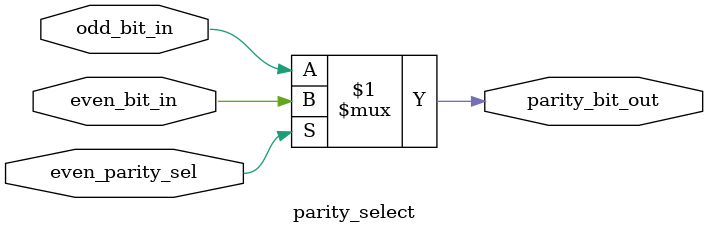
<source format=sv>

module parity_generator #(
    parameter DATA_WIDTH = 8,
    parameter EVEN_PARITY = 1  // 1: even parity, 0: odd parity
)(
    input  wire [DATA_WIDTH-1:0] data,
    output wire                  parity_bit
);

    // Internal signals for inter-module connections
    wire raw_parity;
    wire [DATA_WIDTH-1:0] even_parity_val;
    wire [DATA_WIDTH-1:0] odd_parity_val;
    wire even_parity_bit;
    wire odd_parity_bit;

    // Parity calculation submodule
    parity_calc #(
        .DATA_WIDTH(DATA_WIDTH)
    ) u_parity_calc (
        .data_in   (data),
        .parity_out(raw_parity)
    );

    // Even parity value generator submodule
    even_parity_gen #(
        .DATA_WIDTH(DATA_WIDTH)
    ) u_even_parity_gen (
        .raw_parity_in (raw_parity),
        .even_val_out  (even_parity_val)
    );

    // Odd parity value generator submodule
    odd_parity_gen #(
        .DATA_WIDTH(DATA_WIDTH)
    ) u_odd_parity_gen (
        .even_val_in (even_parity_val),
        .odd_val_out (odd_parity_val)
    );

    // Parity selection submodule
    parity_select u_parity_select (
        .even_bit_in (even_parity_val[0]),
        .odd_bit_in  (odd_parity_val[0]),
        .even_parity_sel(EVEN_PARITY),
        .parity_bit_out (parity_bit)
    );

endmodule

// -----------------------------------------------------------------------------
// Submodule: parity_calc
// Purpose : Computes XOR reduction (raw parity) of the input data vector
// -----------------------------------------------------------------------------
module parity_calc #(
    parameter DATA_WIDTH = 8
)(
    input  wire [DATA_WIDTH-1:0] data_in,
    output wire                  parity_out
);
    assign parity_out = ^data_in;
endmodule

// -----------------------------------------------------------------------------
// Submodule: even_parity_gen
// Purpose : Generates even parity value (zero-extended raw parity)
// -----------------------------------------------------------------------------
module even_parity_gen #(
    parameter DATA_WIDTH = 8
)(
    input  wire                  raw_parity_in,
    output wire [DATA_WIDTH-1:0] even_val_out
);
    assign even_val_out = { {DATA_WIDTH-1{1'b0}}, raw_parity_in };
endmodule

// -----------------------------------------------------------------------------
// Submodule: odd_parity_gen
// Purpose : Generates odd parity value using two's complement addition
// -----------------------------------------------------------------------------
module odd_parity_gen #(
    parameter DATA_WIDTH = 8
)(
    input  wire [DATA_WIDTH-1:0] even_val_in,
    output wire [DATA_WIDTH-1:0] odd_val_out
);
    assign odd_val_out = even_val_in + {{(DATA_WIDTH-1){1'b0}}, 1'b1};
endmodule

// -----------------------------------------------------------------------------
// Submodule: parity_select
// Purpose : Selects even or odd parity bit based on control input
// -----------------------------------------------------------------------------
module parity_select (
    input  wire even_bit_in,
    input  wire odd_bit_in,
    input  wire even_parity_sel, // 1: select even, 0: select odd
    output wire parity_bit_out
);
    assign parity_bit_out = (even_parity_sel) ? even_bit_in : odd_bit_in;
endmodule
</source>
